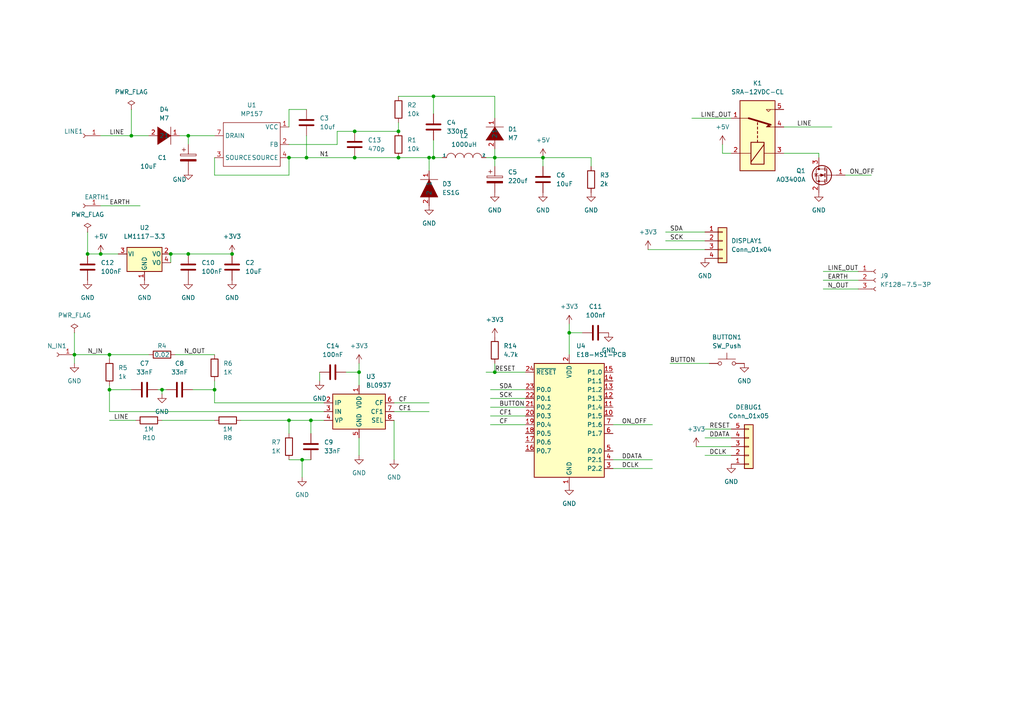
<source format=kicad_sch>
(kicad_sch (version 20211123) (generator eeschema)
  (paper "A4")
  (title_block (title "ZSmartSocket") (rev "1"))
  (lib_symbols
    (symbol "Connector:Conn_01x01_Female" (pin_names (offset 1.016) hide)
      (property "Reference" "J" (at 0 2.54 0))
      (property "Value" "Conn_01x01_Female" (at 0 -2.54 0))
      (symbol "Conn_01x01_Female_1_1"
        (polyline (pts (xy -1.27 0) (xy -0.508 0)) (stroke (width 0.1524)))
        (arc (start 0 0.508) (mid -0.508 0) (end 0 -0.508) (stroke (width 0.1524)))
        (pin passive line (at -5.08 0 0) (length 3.81) (name "Pin_1") (number "1"))
      )
    )
    (symbol "Connector:Conn_01x03_Female" (pin_names (offset 1.016) hide)
      (property "Reference" "J" (at 0 5.08 0))
      (property "Value" "Conn_01x03_Female" (at 0 -5.08 0))
      (symbol "Conn_01x03_Female_1_1"
        (arc (start 0 -2.032) (mid -0.508 -2.54) (end 0 -3.048) (stroke (width 0.1524)))
        (polyline (pts (xy -1.27 -2.54) (xy -0.508 -2.54)) (stroke (width 0.1524)))
        (polyline (pts (xy -1.27 0) (xy -0.508 0)) (stroke (width 0.1524)))
        (polyline (pts (xy -1.27 2.54) (xy -0.508 2.54)) (stroke (width 0.1524)))
        (arc (start 0 0.508) (mid -0.508 0) (end 0 -0.508) (stroke (width 0.1524)))
        (arc (start 0 3.048) (mid -0.508 2.54) (end 0 2.032) (stroke (width 0.1524)))
        (pin passive line (at -5.08 2.54 0) (length 3.81) (name "Pin_1") (number "1"))
        (pin passive line (at -5.08 0 0) (length 3.81) (name "Pin_2") (number "2"))
        (pin passive line (at -5.08 -2.54 0) (length 3.81) (name "Pin_3") (number "3"))
      )
    )
    (symbol "Connector_Generic:Conn_01x04" (pin_names (offset 1.016) hide)
      (property "Reference" "J" (at 0 5.08 0))
      (property "Value" "Conn_01x04" (at 0 -7.62 0))
      (symbol "Conn_01x04_1_1"
        (rectangle (start -1.27 -4.953) (end 0 -5.207) (stroke (width 0.1524)))
        (rectangle (start -1.27 -2.413) (end 0 -2.667) (stroke (width 0.1524)))
        (rectangle (start -1.27 0.127) (end 0 -0.127) (stroke (width 0.1524)))
        (rectangle (start -1.27 2.667) (end 0 2.413) (stroke (width 0.1524)))
        (rectangle (start -1.27 3.81) (end 1.27 -6.35) (stroke (width 0.254)) (fill (type background)))
        (pin passive line (at -5.08 2.54 0) (length 3.81) (name "Pin_1") (number "1"))
        (pin passive line (at -5.08 0 0) (length 3.81) (name "Pin_2") (number "2"))
        (pin passive line (at -5.08 -2.54 0) (length 3.81) (name "Pin_3") (number "3"))
        (pin passive line (at -5.08 -5.08 0) (length 3.81) (name "Pin_4") (number "4"))
      )
    )
    (symbol "Connector_Generic:Conn_01x05" (pin_names (offset 1.016) hide)
      (property "Reference" "J" (at 0 7.62 0))
      (property "Value" "Conn_01x05" (at 0 -7.62 0))
      (symbol "Conn_01x05_1_1"
        (rectangle (start -1.27 -4.953) (end 0 -5.207) (stroke (width 0.1524)))
        (rectangle (start -1.27 -2.413) (end 0 -2.667) (stroke (width 0.1524)))
        (rectangle (start -1.27 0.127) (end 0 -0.127) (stroke (width 0.1524)))
        (rectangle (start -1.27 2.667) (end 0 2.413) (stroke (width 0.1524)))
        (rectangle (start -1.27 5.207) (end 0 4.953) (stroke (width 0.1524)))
        (rectangle (start -1.27 6.35) (end 1.27 -6.35) (stroke (width 0.254)) (fill (type background)))
        (pin passive line (at -5.08 5.08 0) (length 3.81) (name "Pin_1") (number "1"))
        (pin passive line (at -5.08 2.54 0) (length 3.81) (name "Pin_2") (number "2"))
        (pin passive line (at -5.08 0 0) (length 3.81) (name "Pin_3") (number "3"))
        (pin passive line (at -5.08 -2.54 0) (length 3.81) (name "Pin_4") (number "4"))
        (pin passive line (at -5.08 -5.08 0) (length 3.81) (name "Pin_5") (number "5"))
      )
    )
    (symbol "Device:C" (pin_numbers hide) (pin_names (offset 0.254))
      (property "Reference" "C" (at 0.635 2.54 0))
      (property "Value" "C" (at 0.635 -2.54 0))
      (symbol "C_0_1"
        (polyline (pts (xy -2.032 -0.762) (xy 2.032 -0.762)) (stroke (width 0.508)))
        (polyline (pts (xy -2.032 0.762) (xy 2.032 0.762)) (stroke (width 0.508)))
      )
      (symbol "C_1_1"
        (pin passive line (at 0 3.81 270) (length 2.794) (name "~") (number "1"))
        (pin passive line (at 0 -3.81 90) (length 2.794) (name "~") (number "2"))
      )
    )
    (symbol "Device:C_Polarized" (pin_numbers hide) (pin_names (offset 0.254))
      (property "Reference" "C" (at 0.635 2.54 0))
      (property "Value" "C_Polarized" (at 0.635 -2.54 0))
      (symbol "C_Polarized_0_1"
        (rectangle (start -2.286 0.508) (end 2.286 1.016))
        (polyline (pts (xy -1.778 2.286) (xy -0.762 2.286)))
        (polyline (pts (xy -1.27 2.794) (xy -1.27 1.778)))
        (rectangle (start 2.286 -0.508) (end -2.286 -1.016) (fill (type outline)))
      )
      (symbol "C_Polarized_1_1"
        (pin passive line (at 0 3.81 270) (length 2.794) (name "~") (number "1"))
        (pin passive line (at 0 -3.81 90) (length 2.794) (name "~") (number "2"))
      )
    )
    (symbol "Device:R" (pin_numbers hide) (pin_names (offset 0))
      (property "Reference" "R" (at 2.032 0 90))
      (property "Value" "R" (at 0 0 90))
      (symbol "R_0_1"
        (rectangle (start -1.016 -2.54) (end 1.016 2.54) (stroke (width 0.254)))
      )
      (symbol "R_1_1"
        (pin passive line (at 0 3.81 270) (length 1.27) (name "~") (number "1"))
        (pin passive line (at 0 -3.81 90) (length 1.27) (name "~") (number "2"))
      )
    )
    (symbol "M7_1"
      (property "Reference" "D4" (at -0.635 7.62 0))
      (property "Value" "M7" (at -0.635 5.08 0))
      (symbol "M7_1_0_1"
        (polyline (pts (xy 1.27 2.54) (xy 1.27 -2.54)))
        (polyline (pts (xy -2.54 2.54) (xy -2.54 -2.54) (xy 1.27 0) (xy -2.54 2.54)) (fill (type outline)))
      )
      (symbol "M7_1_1_1"
        (pin passive line (at 3.81 0 180) (length 2.54) (name "1") (number "1"))
        (pin passive line (at -5.08 0 0) (length 2.54) (name "2") (number "2"))
      )
    )
    (symbol "RF_Module:E18-MS1-PCB"
      (property "Reference" "U" (at -2.54 21.59 0))
      (property "Value" "E18-MS1-PCB" (at -2.54 19.05 0))
      (symbol "E18-MS1-PCB_0_1"
        (rectangle (start -10.16 17.78) (end 10.16 -15.24) (stroke (width 0.254)) (fill (type background)))
      )
      (symbol "E18-MS1-PCB_1_1"
        (pin power_in line (at 0 -17.78 90) (length 2.54) (name "GND") (number "1"))
        (pin bidirectional line (at 12.7 2.54 180) (length 2.54) (name "P1.5") (number "10"))
        (pin bidirectional line (at 12.7 5.08 180) (length 2.54) (name "P1.4") (number "11"))
        (pin bidirectional line (at 12.7 7.62 180) (length 2.54) (name "P1.3") (number "12"))
        (pin bidirectional line (at 12.7 10.16 180) (length 2.54) (name "P1.2") (number "13"))
        (pin bidirectional line (at 12.7 12.7 180) (length 2.54) (name "P1.1") (number "14"))
        (pin bidirectional line (at 12.7 15.24 180) (length 2.54) (name "P1.0") (number "15"))
        (pin bidirectional line (at -12.7 -7.62 0) (length 2.54) (name "P0.7") (number "16"))
        (pin bidirectional line (at -12.7 -5.08 0) (length 2.54) (name "P0.6") (number "17"))
        (pin bidirectional line (at -12.7 -2.54 0) (length 2.54) (name "P0.5") (number "18"))
        (pin bidirectional line (at -12.7 0 0) (length 2.54) (name "P0.4") (number "19"))
        (pin power_in line (at 0 20.32 270) (length 2.54) (name "VDD") (number "2"))
        (pin bidirectional line (at -12.7 2.54 0) (length 2.54) (name "P0.3") (number "20"))
        (pin bidirectional line (at -12.7 5.08 0) (length 2.54) (name "P0.2") (number "21"))
        (pin bidirectional line (at -12.7 7.62 0) (length 2.54) (name "P0.1") (number "22"))
        (pin bidirectional line (at -12.7 10.16 0) (length 2.54) (name "P0.0") (number "23"))
        (pin input line (at -12.7 15.24 0) (length 2.54) (name "~{RESET}") (number "24"))
        (pin bidirectional line (at 12.7 -12.7 180) (length 2.54) (name "P2.2") (number "3"))
        (pin bidirectional line (at 12.7 -10.16 180) (length 2.54) (name "P2.1") (number "4"))
        (pin bidirectional line (at 12.7 -7.62 180) (length 2.54) (name "P2.0") (number "5"))
        (pin bidirectional line (at 12.7 -2.54 180) (length 2.54) (name "P1.7") (number "6"))
        (pin bidirectional line (at 12.7 0 180) (length 2.54) (name "P1.6") (number "7"))
        (pin no_connect line (at -10.16 -10.16 0) (length 2.54) hide (name "NC") (number "8"))
        (pin no_connect line (at -10.16 -12.7 0) (length 2.54) hide (name "NC") (number "9"))
      )
    )
    (symbol "Regulator_Linear:LM1117-3.3" (pin_names (offset 0.254))
      (property "Reference" "U2" (at 0 7.62 0))
      (property "Value" "LM1117-3.3" (at 0 5.08 0))
      (symbol "LM1117-3.3_0_0"
        (pin passive line (at 7.62 -2.54 180) (length 2.54) (name "VO") (number "4"))
      )
      (symbol "LM1117-3.3_0_1"
        (rectangle (start -5.08 -5.08) (end 5.08 1.905) (stroke (width 0.254)) (fill (type background)))
      )
      (symbol "LM1117-3.3_1_1"
        (pin power_in line (at 0 -7.62 90) (length 2.54) (name "GND") (number "1"))
        (pin power_out line (at 7.62 0 180) (length 2.54) (name "VO") (number "2"))
        (pin power_in line (at -7.62 0 0) (length 2.54) (name "VI") (number "3"))
      )
    )
    (symbol "Sensor:BL0937"
      (property "Reference" "U" (at 2.54 -10.16 0))
      (property "Value" "BL0937" (at 5.08 -7.62 0))
      (symbol "BL0937_0_1"
        (rectangle (start -7.62 5.08) (end 7.62 -5.08) (stroke (width 0.254)) (fill (type background)))
      )
      (symbol "BL0937_1_1"
        (pin power_in line (at 0 7.62 270) (length 2.54) (name "VDD") (number "1"))
        (pin input line (at -10.16 2.54 0) (length 2.54) (name "IP") (number "2"))
        (pin input line (at -10.16 0 0) (length 2.54) (name "IN") (number "3"))
        (pin input line (at -10.16 -2.54 0) (length 2.54) (name "VP") (number "4"))
        (pin power_in line (at 0 -7.62 90) (length 2.54) (name "GND") (number "5"))
        (pin output line (at 10.16 2.54 180) (length 2.54) (name "CF") (number "6"))
        (pin output line (at 10.16 0 180) (length 2.54) (name "CF1") (number "7"))
        (pin input line (at 10.16 -2.54 180) (length 2.54) (name "SEL") (number "8"))
      )
    )
    (symbol "Switch:SW_Push" (pin_numbers hide) (pin_names (offset 1.016) hide)
      (property "Reference" "SW" (at 1.27 2.54 0))
      (property "Value" "SW_Push" (at 0 -1.524 0))
      (symbol "SW_Push_0_1"
        (circle (center -2.032 0) (radius 0.508))
        (polyline (pts (xy 0 1.27) (xy 0 3.048)))
        (polyline (pts (xy 2.54 1.27) (xy -2.54 1.27)))
        (circle (center 2.032 0) (radius 0.508))
        (pin passive line (at -5.08 0 0) (length 2.54) (name "1") (number "1"))
        (pin passive line (at 5.08 0 180) (length 2.54) (name "2") (number "2"))
      )
    )
    (symbol "Transistor_FET:AO3400A" (pin_names hide)
      (property "Reference" "Q" (at 5.08 1.905 0))
      (property "Value" "AO3400A" (at 5.08 0 0))
      (symbol "AO3400A_0_1"
        (polyline (pts (xy 0.254 0) (xy -2.54 0)))
        (polyline (pts (xy 0.254 1.905) (xy 0.254 -1.905)) (stroke (width 0.254)))
        (polyline (pts (xy 0.762 -1.27) (xy 0.762 -2.286)) (stroke (width 0.254)))
        (polyline (pts (xy 0.762 0.508) (xy 0.762 -0.508)) (stroke (width 0.254)))
        (polyline (pts (xy 0.762 2.286) (xy 0.762 1.27)) (stroke (width 0.254)))
        (polyline (pts (xy 2.54 2.54) (xy 2.54 1.778)))
        (polyline (pts (xy 2.54 -2.54) (xy 2.54 0) (xy 0.762 0)))
        (polyline (pts (xy 0.762 -1.778) (xy 3.302 -1.778) (xy 3.302 1.778) (xy 0.762 1.778)))
        (polyline (pts (xy 1.016 0) (xy 2.032 0.381) (xy 2.032 -0.381) (xy 1.016 0)) (fill (type outline)))
        (polyline (pts (xy 2.794 0.508) (xy 2.921 0.381) (xy 3.683 0.381) (xy 3.81 0.254)))
        (polyline (pts (xy 3.302 0.381) (xy 2.921 -0.254) (xy 3.683 -0.254) (xy 3.302 0.381)))
        (circle (center 1.651 0) (radius 2.794) (stroke (width 0.254)))
        (circle (center 2.54 -1.778) (radius 0.254) (fill (type outline)))
        (circle (center 2.54 1.778) (radius 0.254) (fill (type outline)))
      )
      (symbol "AO3400A_1_1"
        (pin input line (at -5.08 0 0) (length 2.54) (name "G") (number "1"))
        (pin passive line (at 2.54 -5.08 90) (length 2.54) (name "S") (number "2"))
        (pin passive line (at 2.54 5.08 270) (length 2.54) (name "D") (number "3"))
      )
    )
    (symbol "custom:ES1G"
      (property "Reference" "D" (at -1.27 -2.54 0))
      (property "Value" "ES1G" (at -2.54 3.81 0))
      (symbol "ES1G_0_1"
        (polyline (pts (xy 1.27 2.54) (xy 1.27 -2.54)))
        (polyline (pts (xy -3.81 2.54) (xy -3.81 -2.54) (xy 1.27 0) (xy -3.81 2.54)) (fill (type outline)))
      )
      (symbol "ES1G_1_1"
        (pin input line (at 3.81 0 180) (length 2.54) (name "1") (number "1"))
        (pin input line (at -6.35 0 0) (length 2.54) (name "2") (number "2"))
      )
    )
    (symbol "custom:M7"
      (property "Reference" "D4" (at -0.635 7.62 0))
      (property "Value" "M7" (at -0.635 5.08 0))
      (symbol "M7_0_1"
        (polyline (pts (xy 1.27 2.54) (xy 1.27 -2.54)))
        (polyline (pts (xy -2.54 2.54) (xy -2.54 -2.54) (xy 1.27 0) (xy -2.54 2.54)) (fill (type outline)))
      )
      (symbol "M7_1_1"
        (pin passive line (at 3.81 0 180) (length 2.54) (name "1") (number "1"))
        (pin passive line (at -5.08 0 0) (length 2.54) (name "2") (number "2"))
      )
    )
    (symbol "custom:MP157"
      (property "Reference" "U1" (at 3.175 12.7 0))
      (property "Value" "MP157" (at 3.175 10.16 0))
      (symbol "MP157_0_1"
        (rectangle (start -5.08 7.62) (end 11.43 -5.08))
      )
      (symbol "MP157_1_1"
        (pin power_in line (at 13.97 6.35 180) (length 2.54) (name "VCC") (number "1"))
        (pin input line (at 13.97 1.27 180) (length 2.54) (name "FB") (number "2"))
        (pin power_in line (at -7.62 -2.54 0) (length 2.54) (name "SOURCE") (number "3"))
        (pin power_out line (at 13.97 -2.54 180) (length 2.54) (name "SOURCE") (number "4"))
        (pin power_in line (at -7.62 3.81 0) (length 2.54) (name "DRAIN") (number "7"))
      )
    )
    (symbol "custom:SRA-12VDC-CL"
      (property "Reference" "K" (at 11.43 5.08 0))
      (property "Value" "SRA-12VDC-CL" (at 17.78 -5.08 0))
      (symbol "SRA-12VDC-CL_0_0"
        (polyline (pts (xy 7.62 5.08) (xy 7.62 2.54) (xy 6.985 3.175) (xy 7.62 3.81)))
      )
      (symbol "SRA-12VDC-CL_0_1"
        (rectangle (start -10.16 5.08) (end 10.16 -5.08) (stroke (width 0.254)) (fill (type background)))
        (rectangle (start -8.255 1.905) (end -1.905 -1.905) (stroke (width 0.254)))
        (polyline (pts (xy -7.62 -1.905) (xy -2.54 1.905)) (stroke (width 0.254)))
        (polyline (pts (xy -5.08 -5.08) (xy -5.08 -1.905)))
        (polyline (pts (xy -5.08 5.08) (xy -5.08 1.905)))
        (polyline (pts (xy -1.905 0) (xy -1.27 0)) (stroke (width 0.254)))
        (polyline (pts (xy -0.635 0) (xy 0 0)) (stroke (width 0.254)))
        (polyline (pts (xy 0.635 0) (xy 1.27 0)) (stroke (width 0.254)))
        (polyline (pts (xy 1.905 0) (xy 2.54 0)) (stroke (width 0.254)))
        (polyline (pts (xy 3.175 0) (xy 3.81 0)) (stroke (width 0.254)))
        (polyline (pts (xy 5.08 -2.54) (xy 3.175 3.81)) (stroke (width 0.508)))
        (polyline (pts (xy 5.08 -2.54) (xy 5.08 -5.08)))
        (polyline (pts (xy 2.54 5.08) (xy 2.54 2.54) (xy 3.175 3.175) (xy 2.54 3.81)) (fill (type outline)))
      )
      (symbol "SRA-12VDC-CL_1_1"
        (pin passive line (at 5.08 -7.62 90) (length 2.54) (name "~") (number "1"))
        (pin passive line (at -5.08 -7.62 90) (length 2.54) (name "~") (number "2"))
        (pin passive line (at -5.08 7.62 270) (length 2.54) (name "~") (number "3"))
        (pin passive line (at 2.54 7.62 270) (length 2.54) (name "~") (number "4"))
        (pin passive line (at 7.62 7.62 270) (length 2.54) (name "~") (number "5"))
      )
    )
    (symbol "power:+3.3V" (power) (pin_names (offset 0))
      (property "Value" "+3.3V" (at 0 3.556 0))
      (symbol "+3.3V_0_1"
        (polyline (pts (xy -0.762 1.27) (xy 0 2.54)))
        (polyline (pts (xy 0 0) (xy 0 2.54)))
        (polyline (pts (xy 0 2.54) (xy 0.762 1.27)))
      )
      (symbol "+3.3V_1_1"
        (pin power_in line (at 0 0 90) (length 0) hide (name "+3V3") (number "1"))
      )
    )
    (symbol "power:+3V3" (power) (pin_names (offset 0))
      (property "Value" "+3V3" (at 0 3.556 0))
      (symbol "+3V3_0_1"
        (polyline (pts (xy -0.762 1.27) (xy 0 2.54)))
        (polyline (pts (xy 0 0) (xy 0 2.54)))
        (polyline (pts (xy 0 2.54) (xy 0.762 1.27)))
      )
      (symbol "+3V3_1_1"
        (pin power_in line (at 0 0 90) (length 0) hide (name "+3V3") (number "1"))
      )
    )
    (symbol "power:+5V" (power) (pin_names (offset 0))
      (property "Value" "+5V" (at 0 3.556 0))
      (symbol "+5V_0_1"
        (polyline (pts (xy -0.762 1.27) (xy 0 2.54)))
        (polyline (pts (xy 0 0) (xy 0 2.54)))
        (polyline (pts (xy 0 2.54) (xy 0.762 1.27)))
      )
      (symbol "+5V_1_1"
        (pin power_in line (at 0 0 90) (length 0) hide (name "+5V") (number "1"))
      )
    )
    (symbol "power:GND" (power) (pin_names (offset 0))
      (property "Value" "GND" (at 0 -3.81 0))
      (symbol "GND_0_1"
        (polyline (pts (xy 0 0) (xy 0 -1.27) (xy 1.27 -1.27) (xy 0 -2.54) (xy -1.27 -1.27) (xy 0 -1.27)))
      )
      (symbol "GND_1_1"
        (pin power_in line (at 0 0 270) (length 0) hide (name "GND") (number "1"))
      )
    )
    (symbol "power:PWR_FLAG" (power) (pin_numbers hide) (pin_names (offset 0) hide)
      (property "Value" "PWR_FLAG" (at 0 3.81 0))
      (symbol "PWR_FLAG_0_0"
        (pin power_out line (at 0 0 90) (length 0) (name "pwr") (number "1"))
      )
      (symbol "PWR_FLAG_0_1"
        (polyline (pts (xy 0 0) (xy 0 1.27) (xy -1.016 1.905) (xy 0 2.54) (xy 1.016 1.905) (xy 0 1.27)))
      )
    )
    (symbol "pspice:INDUCTOR" (pin_numbers hide) (pin_names (offset 0))
      (property "Reference" "L" (at 0 2.54 0))
      (property "Value" "INDUCTOR" (at 0 -1.27 0))
      (symbol "INDUCTOR_0_1"
        (arc (start -2.54 0) (mid -3.81 1.27) (end -5.08 0))
        (arc (start 0 0) (mid -1.27 1.27) (end -2.54 0))
        (arc (start 2.54 0) (mid 1.27 1.27) (end 0 0))
        (arc (start 5.08 0) (mid 3.81 1.27) (end 2.54 0))
      )
      (symbol "INDUCTOR_1_1"
        (pin input line (at -6.35 0 0) (length 1.27) (name "1") (number "1"))
        (pin input line (at 6.35 0 180) (length 1.27) (name "2") (number "2"))
      )
    )
  )
  (junction (at 46.99 113.03))
  (junction (at 49.53 73.66))
  (junction (at 25.4 73.66))
  (junction (at 90.17 121.92))
  (junction (at 29.21 73.66))
  (junction (at 88.9 45.72))
  (junction (at 102.87 45.72))
  (junction (at 143.51 45.72))
  (junction (at 67.31 73.66))
  (junction (at 104.14 107.95))
  (junction (at 157.48 45.72))
  (junction (at 165.1 96.52))
  (junction (at 21.59 102.87))
  (junction (at 143.51 107.95))
  (junction (at 54.61 73.66))
  (junction (at 31.75 113.03))
  (junction (at 125.73 45.72))
  (junction (at 83.82 121.92))
  (junction (at 125.73 27.94))
  (junction (at 62.23 113.03))
  (junction (at 31.75 102.87))
  (junction (at 38.1 39.37))
  (junction (at 115.57 38.1))
  (junction (at 54.61 39.37))
  (junction (at 115.57 45.72))
  (junction (at 87.63 133.35))
  (junction (at 83.82 45.72))
  (junction (at 102.87 38.1))
  (junction (at 124.46 45.72))
  (wire (pts (xy 125.73 45.72) (xy 128.27 45.72)))
  (wire (pts (xy 38.1 31.75) (xy 38.1 39.37)))
  (wire (pts (xy 46.99 113.03) (xy 48.26 113.03)))
  (wire (pts (xy 114.3 116.84) (xy 124.46 116.84)))
  (wire (pts (xy 50.8 102.87) (xy 62.23 102.87)))
  (wire (pts (xy 83.82 125.73) (xy 83.82 121.92)))
  (wire (pts (xy 157.48 48.26) (xy 157.48 45.72)))
  (wire (pts (xy 45.72 113.03) (xy 46.99 113.03)))
  (wire (pts (xy 46.99 121.92) (xy 62.23 121.92)))
  (wire (pts (xy 90.17 121.92) (xy 90.17 125.73)))
  (wire (pts (xy 143.51 27.94) (xy 125.73 27.94)))
  (wire (pts (xy 62.23 113.03) (xy 62.23 110.49)))
  (wire (pts (xy 204.47 127) (xy 212.09 127)))
  (wire (pts (xy 104.14 132.08) (xy 104.14 127)))
  (wire (pts (xy 204.47 132.08) (xy 212.09 132.08)))
  (wire (pts (xy 143.51 105.41) (xy 143.51 107.95)))
  (wire (pts (xy 171.45 48.26) (xy 171.45 45.72)))
  (wire (pts (xy 209.55 44.45) (xy 212.09 44.45)))
  (wire (pts (xy 201.93 129.54) (xy 212.09 129.54)))
  (wire (pts (xy 237.49 44.45) (xy 237.49 45.72)))
  (wire (pts (xy 165.1 96.52) (xy 168.91 96.52)))
  (wire (pts (xy 125.73 33.02) (xy 125.73 27.94)))
  (wire (pts (xy 62.23 116.84) (xy 62.23 113.03)))
  (wire (pts (xy 46.99 113.03) (xy 46.99 114.3)))
  (wire (pts (xy 52.07 39.37) (xy 54.61 39.37)))
  (wire (pts (xy 245.11 50.8) (xy 252.73 50.8)))
  (wire (pts (xy 54.61 39.37) (xy 62.23 39.37)))
  (wire (pts (xy 29.21 59.69) (xy 40.64 59.69)))
  (wire (pts (xy 227.33 36.83) (xy 241.3 36.83)))
  (wire (pts (xy 177.8 123.19) (xy 189.23 123.19)))
  (wire (pts (xy 93.98 119.38) (xy 31.75 119.38)))
  (wire (pts (xy 124.46 45.72) (xy 115.57 45.72)))
  (wire (pts (xy 114.3 133.35) (xy 114.3 121.92)))
  (wire (pts (xy 31.75 113.03) (xy 31.75 111.76)))
  (wire (pts (xy 238.76 83.82) (xy 248.92 83.82)))
  (wire (pts (xy 143.51 34.29) (xy 143.51 27.94)))
  (wire (pts (xy 25.4 67.31) (xy 25.4 73.66)))
  (wire (pts (xy 87.63 133.35) (xy 87.63 138.43)))
  (wire (pts (xy 21.59 105.41) (xy 21.59 102.87)))
  (wire (pts (xy 83.82 50.8) (xy 83.82 45.72)))
  (wire (pts (xy 102.87 45.72) (xy 115.57 45.72)))
  (wire (pts (xy 194.31 105.41) (xy 205.74 105.41)))
  (wire (pts (xy 177.8 135.89) (xy 189.23 135.89)))
  (wire (pts (xy 142.24 123.19) (xy 152.4 123.19)))
  (wire (pts (xy 88.9 45.72) (xy 88.9 39.37)))
  (wire (pts (xy 92.71 110.49) (xy 92.71 107.95)))
  (wire (pts (xy 49.53 73.66) (xy 54.61 73.66)))
  (wire (pts (xy 31.75 102.87) (xy 43.18 102.87)))
  (wire (pts (xy 143.51 45.72) (xy 143.51 43.18)))
  (wire (pts (xy 193.04 67.31) (xy 204.47 67.31)))
  (wire (pts (xy 38.1 39.37) (xy 43.18 39.37)))
  (wire (pts (xy 177.8 133.35) (xy 189.23 133.35)))
  (wire (pts (xy 238.76 78.74) (xy 248.92 78.74)))
  (wire (pts (xy 140.97 45.72) (xy 143.51 45.72)))
  (wire (pts (xy 69.85 121.92) (xy 83.82 121.92)))
  (wire (pts (xy 143.51 45.72) (xy 143.51 48.26)))
  (wire (pts (xy 55.88 113.03) (xy 62.23 113.03)))
  (wire (pts (xy 157.48 45.72) (xy 143.51 45.72)))
  (wire (pts (xy 21.59 96.52) (xy 21.59 102.87)))
  (wire (pts (xy 83.82 133.35) (xy 87.63 133.35)))
  (wire (pts (xy 193.04 69.85) (xy 204.47 69.85)))
  (wire (pts (xy 238.76 81.28) (xy 248.92 81.28)))
  (wire (pts (xy 83.82 41.91) (xy 97.79 41.91)))
  (wire (pts (xy 54.61 73.66) (xy 67.31 73.66)))
  (wire (pts (xy 142.24 113.03) (xy 152.4 113.03)))
  (wire (pts (xy 102.87 38.1) (xy 115.57 38.1)))
  (wire (pts (xy 31.75 121.92) (xy 39.37 121.92)))
  (wire (pts (xy 25.4 73.66) (xy 29.21 73.66)))
  (wire (pts (xy 38.1 113.03) (xy 31.75 113.03)))
  (wire (pts (xy 54.61 39.37) (xy 54.61 41.91)))
  (wire (pts (xy 83.82 36.83) (xy 83.82 31.75)))
  (wire (pts (xy 29.21 39.37) (xy 38.1 39.37)))
  (wire (pts (xy 200.66 34.29) (xy 212.09 34.29)))
  (wire (pts (xy 104.14 107.95) (xy 104.14 111.76)))
  (wire (pts (xy 21.59 102.87) (xy 31.75 102.87)))
  (wire (pts (xy 62.23 45.72) (xy 62.23 50.8)))
  (wire (pts (xy 142.24 115.57) (xy 152.4 115.57)))
  (wire (pts (xy 114.3 119.38) (xy 124.46 119.38)))
  (wire (pts (xy 102.87 38.1) (xy 97.79 38.1)))
  (wire (pts (xy 125.73 45.72) (xy 124.46 45.72)))
  (wire (pts (xy 31.75 104.14) (xy 31.75 102.87)))
  (wire (pts (xy 93.98 116.84) (xy 62.23 116.84)))
  (wire (pts (xy 83.82 31.75) (xy 88.9 31.75)))
  (wire (pts (xy 83.82 121.92) (xy 90.17 121.92)))
  (wire (pts (xy 142.24 118.11) (xy 152.4 118.11)))
  (wire (pts (xy 140.97 107.95) (xy 143.51 107.95)))
  (wire (pts (xy 143.51 107.95) (xy 152.4 107.95)))
  (wire (pts (xy 49.53 73.66) (xy 49.53 76.2)))
  (wire (pts (xy 125.73 40.64) (xy 125.73 45.72)))
  (wire (pts (xy 115.57 35.56) (xy 115.57 38.1)))
  (wire (pts (xy 171.45 45.72) (xy 157.48 45.72)))
  (wire (pts (xy 187.96 72.39) (xy 204.47 72.39)))
  (wire (pts (xy 227.33 44.45) (xy 237.49 44.45)))
  (wire (pts (xy 31.75 119.38) (xy 31.75 113.03)))
  (wire (pts (xy 204.47 124.46) (xy 212.09 124.46)))
  (wire (pts (xy 88.9 45.72) (xy 102.87 45.72)))
  (wire (pts (xy 165.1 93.98) (xy 165.1 96.52)))
  (wire (pts (xy 62.23 50.8) (xy 83.82 50.8)))
  (wire (pts (xy 104.14 105.41) (xy 104.14 107.95)))
  (wire (pts (xy 165.1 96.52) (xy 165.1 102.87)))
  (wire (pts (xy 125.73 27.94) (xy 115.57 27.94)))
  (wire (pts (xy 83.82 45.72) (xy 88.9 45.72)))
  (wire (pts (xy 29.21 73.66) (xy 34.29 73.66)))
  (wire (pts (xy 87.63 133.35) (xy 90.17 133.35)))
  (wire (pts (xy 142.24 120.65) (xy 152.4 120.65)))
  (wire (pts (xy 124.46 45.72) (xy 124.46 49.53)))
  (wire (pts (xy 209.55 41.91) (xy 209.55 44.45)))
  (wire (pts (xy 93.98 121.92) (xy 90.17 121.92)))
  (wire (pts (xy 97.79 38.1) (xy 97.79 41.91)))
  (wire (pts (xy 100.33 107.95) (xy 104.14 107.95)))
  (label "SDA" (at 144.78 113.03 0))
  (label "CF" (at 115.57 116.84 0))
  (label "N_OUT" (at 240.03 83.82 0))
  (label "LINE_OUT" (at 240.03 78.74 0))
  (label "CF" (at 144.78 123.19 0))
  (label "EARTH" (at 31.75 59.69 0))
  (label "SCK" (at 194.31 69.85 0))
  (label "DDATA" (at 205.74 127 0))
  (label "BUTTON" (at 144.78 118.11 0))
  (label "RESET" (at 205.74 124.46 0))
  (label "ON_OFF" (at 180.34 123.19 0))
  (label "EARTH" (at 240.03 81.28 0))
  (label "DCLK" (at 205.74 132.08 0))
  (label "LINE_OUT" (at 203.2 34.29 0))
  (label "SCK" (at 144.78 115.57 0))
  (label "N_IN" (at 25.4 102.87 0))
  (label "N1" (at 92.71 45.72 0))
  (label "LINE" (at 33.02 121.92 0))
  (label "SDA" (at 194.31 67.31 0))
  (label "CF1" (at 115.57 119.38 0))
  (label "DCLK" (at 180.34 135.89 0))
  (label "LINE" (at 231.14 36.83 0))
  (label "N_OUT" (at 53.34 102.87 0))
  (label "CF1" (at 144.78 120.65 0))
  (label "RESET" (at 143.51 107.95 0))
  (label "ON_OFF" (at 246.38 50.8 0))
  (label "DDATA" (at 180.34 133.35 0))
  (label "LINE" (at 31.75 39.37 0))
  (label "BUTTON" (at 194.31 105.41 0))
  (symbol (lib_id "Device:R") (at 115.57 41.91 0) (unit 1)
    (property "Reference" "R1" (at 118.11 40.6399 0) (effects (justify left)))
    (property "Value" "10k" (at 118.11 43.1799 0) (effects (justify left)))
    (property "Footprint" "Resistor_SMD:R_0603_1608Metric" (effects hide))
  )
  (symbol (lib_id "custom:SRA-12VDC-CL") (at 219.71 39.37 270) (mirror x) (unit 1)
    (property "Reference" "K1" (at 219.71 24.13 90))
    (property "Value" "SRA-12VDC-CL" (at 219.71 26.67 90))
    (property "Footprint" "custom:Relay_SPDT_SONGLE_SRA" (effects hide))
  )
  (symbol (lib_id "Device:C_Polarized") (at 54.61 45.72 0) (unit 1)
    (property "Reference" "C1" (at 45.72 45.72 0) (effects (justify left)))
    (property "Value" "10uF" (at 40.64 48.26 0) (effects (justify left)))
    (property "Footprint" "Capacitor_THT:CP_Radial_D10.0mm_P5.00mm" (effects hide))
  )
  (symbol (lib_id "power:GND") (at 143.51 55.88 0) (unit 1)
    (property "Reference" "#PWR0109" (effects hide))
    (property "Value" "GND" (at 143.51 60.96 0))
  )
  (symbol (lib_id "Connector:Conn_01x03_Female") (at 254 81.28 0) (unit 1)
    (property "Reference" "J9" (at 255.27 80.0099 0) (effects (justify left)))
    (property "Value" "KF128-7.5-3P" (at 255.27 82.5499 0) (effects (justify left)))
    (property "Footprint" "custom:KF128-7.5_3P" (effects hide))
  )
  (symbol (lib_id "power:+3.3V") (at 187.96 72.39 0) (unit 1)
    (property "Reference" "#PWR0128" (effects hide))
    (property "Value" "+3.3V" (at 187.96 67.31 0))
  )
  (symbol (lib_id "Connector:Conn_01x01_Female") (at 16.51 102.87 0) (mirror y) (unit 1)
    (property "Reference" "N_IN1" (at 16.51 100.33 0))
    (property "Value" "Conn_01x01_Female" (effects hide))
    (property "Footprint" "Connector_Pin:Pin_D1.4mm_L8.5mm_W2.8mm_FlatFork" (effects hide))
  )
  (symbol (lib_id "power:GND") (at 67.31 81.28 0) (unit 1)
    (property "Reference" "#PWR0124" (effects hide))
    (property "Value" "GND" (at 67.31 86.36 0))
  )
  (symbol (lib_id "Transistor_FET:AO3400A") (at 240.03 50.8 0) (mirror y) (unit 1)
    (property "Reference" "Q1" (at 233.68 49.5299 0) (effects (justify left)))
    (property "Value" "AO3400A" (at 233.68 52.0699 0) (effects (justify left)))
    (property "Footprint" "Package_TO_SOT_SMD:SOT-23" (effects hide))
    (property "Datasheet" "http://www.aosmd.com/pdfs/datasheet/AO3400A.pdf" (effects hide))
  )
  (symbol (lib_id "Connector:Conn_01x01_Female") (at 24.13 39.37 0) (mirror y) (unit 1)
    (property "Reference" "LINE1" (at 24.13 38.1 0) (effects (justify left)))
    (property "Value" "Conn_01x01_Female" (effects hide))
    (property "Footprint" "Connector_Pin:Pin_D1.4mm_L8.5mm_W2.8mm_FlatFork" (effects hide))
  )
  (symbol (lib_id "Device:R") (at 31.75 107.95 0) (unit 1)
    (property "Reference" "R5" (at 34.29 106.6799 0) (effects (justify left)))
    (property "Value" "1k" (at 34.29 109.2199 0) (effects (justify left)))
    (property "Footprint" "Resistor_SMD:R_0603_1608Metric" (effects hide))
  )
  (symbol (lib_id "power:+3V3") (at 104.14 105.41 0) (unit 1)
    (property "Reference" "#PWR0104" (effects hide))
    (property "Value" "+3V3" (at 104.14 100.33 0))
  )
  (symbol (lib_id "power:GND") (at 21.59 105.41 0) (unit 1)
    (property "Reference" "#PWR0115" (effects hide))
    (property "Value" "GND" (at 21.59 110.49 0))
  )
  (symbol (lib_id "power:+3.3V") (at 67.31 73.66 0) (unit 1)
    (property "Reference" "#PWR0125" (effects hide))
    (property "Value" "+3.3V" (at 67.31 68.58 0))
  )
  (symbol (lib_id "Device:C") (at 102.87 41.91 0) (unit 1)
    (property "Reference" "C13" (at 106.68 40.6399 0) (effects (justify left)))
    (property "Value" "470p" (at 106.68 43.1799 0) (effects (justify left)))
    (property "Footprint" "Capacitor_SMD:C_0603_1608Metric" (effects hide))
  )
  (symbol (lib_id "power:GND") (at 215.9 105.41 0) (unit 1)
    (property "Reference" "#PWR0119" (effects hide))
    (property "Value" "GND" (at 215.9 110.49 0))
  )
  (symbol (lib_name "M7_1") (lib_id "custom:M7") (at 48.26 39.37 0) (unit 1)
    (property "Reference" "D4" (at 47.625 31.75 0))
    (property "Value" "M7" (at 47.625 34.29 0))
    (property "Footprint" "Diode_SMD:D_SMA" (effects hide))
  )
  (symbol (lib_id "power:PWR_FLAG") (at 21.59 96.52 0) (unit 1)
    (property "Reference" "#FLG0101" (effects hide))
    (property "Value" "PWR_FLAG" (at 21.59 91.44 0))
  )
  (symbol (lib_id "power:GND") (at 124.46 59.69 0) (unit 1)
    (property "Reference" "#PWR0106" (effects hide))
    (property "Value" "GND" (at 124.46 64.77 0))
  )
  (symbol (lib_id "Device:C") (at 67.31 77.47 0) (unit 1)
    (property "Reference" "C2" (at 71.12 76.1999 0) (effects (justify left)))
    (property "Value" "10uF" (at 71.12 78.7399 0) (effects (justify left)))
    (property "Footprint" "Capacitor_SMD:C_0603_1608Metric" (effects hide))
  )
  (symbol (lib_id "power:GND") (at 41.91 81.28 0) (unit 1)
    (property "Reference" "#PWR0122" (effects hide))
    (property "Value" "GND" (at 41.91 86.36 0))
  )
  (symbol (lib_id "power:GND") (at 157.48 55.88 0) (unit 1)
    (property "Reference" "#PWR0110" (effects hide))
    (property "Value" "GND" (at 157.48 60.96 0))
  )
  (symbol (lib_id "power:GND") (at 212.09 134.62 0) (unit 1)
    (property "Reference" "#PWR0117" (effects hide))
    (property "Value" "GND" (at 212.09 139.7 0))
  )
  (symbol (lib_id "Connector_Generic:Conn_01x05") (at 217.17 129.54 0) (mirror x) (unit 1)
    (property "Reference" "DEBUG1" (at 217.17 118.11 0))
    (property "Value" "Conn_01x05" (at 217.17 120.65 0))
    (property "Footprint" "Connector_PinSocket_2.54mm:PinSocket_1x05_P2.54mm_Vertical" (effects hide))
  )
  (symbol (lib_id "power:+5V") (at 29.21 73.66 0) (unit 1)
    (property "Reference" "#PWR0126" (effects hide))
    (property "Value" "+5V" (at 29.21 68.58 0))
  )
  (symbol (lib_id "power:GND") (at 104.14 132.08 0) (unit 1)
    (property "Reference" "#PWR0103" (effects hide))
    (property "Value" "GND" (at 104.14 137.16 0))
  )
  (symbol (lib_id "power:GND") (at 176.53 96.52 0) (unit 1)
    (property "Reference" "#PWR0112" (effects hide))
    (property "Value" "GND" (at 176.53 101.6 0))
  )
  (symbol (lib_id "power:GND") (at 114.3 133.35 0) (unit 1)
    (property "Reference" "#PWR0102" (effects hide))
    (property "Value" "GND" (at 114.3 138.43 0))
  )
  (symbol (lib_id "power:GND") (at 237.49 55.88 0) (unit 1)
    (property "Reference" "#PWR0130" (effects hide))
    (property "Value" "GND" (at 237.49 60.96 0))
  )
  (symbol (lib_id "power:GND") (at 204.47 74.93 0) (unit 1)
    (property "Reference" "#PWR0127" (effects hide))
    (property "Value" "GND" (at 204.47 80.01 0))
  )
  (symbol (lib_id "Device:C") (at 54.61 77.47 0) (unit 1)
    (property "Reference" "C10" (at 58.42 76.1999 0) (effects (justify left)))
    (property "Value" "100nF" (at 58.42 78.7399 0) (effects (justify left)))
    (property "Footprint" "Capacitor_SMD:C_0603_1608Metric" (effects hide))
  )
  (symbol (lib_id "custom:M7") (at 143.51 38.1 90) (unit 1)
    (property "Reference" "D1" (at 147.32 37.4649 90) (effects (justify right)))
    (property "Value" "M7" (at 147.32 40.0049 90) (effects (justify right)))
    (property "Footprint" "Diode_SMD:D_SMA" (effects hide))
  )
  (symbol (lib_id "pspice:INDUCTOR") (at 134.62 45.72 0) (unit 1)
    (property "Reference" "L2" (at 134.62 39.37 0))
    (property "Value" "1000uH" (at 134.62 41.91 0))
    (property "Footprint" "custom:sumida_CD54" (effects hide))
  )
  (symbol (lib_id "power:GND") (at 165.1 140.97 0) (unit 1)
    (property "Reference" "#PWR0113" (effects hide))
    (property "Value" "GND" (at 165.1 146.05 0))
  )
  (symbol (lib_id "Device:R") (at 43.18 121.92 90) (unit 1)
    (property "Reference" "R10" (at 43.18 127 90))
    (property "Value" "1M" (at 43.18 124.46 90))
    (property "Footprint" "Resistor_SMD:R_0805_2012Metric" (effects hide))
  )
  (symbol (lib_id "power:GND") (at 46.99 114.3 0) (unit 1)
    (property "Reference" "#PWR0116" (effects hide))
    (property "Value" "GND" (at 46.99 119.38 0))
  )
  (symbol (lib_id "power:PWR_FLAG") (at 25.4 67.31 0) (unit 1)
    (property "Reference" "#FLG0103" (effects hide))
    (property "Value" "PWR_FLAG" (at 25.4 62.23 0))
  )
  (symbol (lib_id "Device:R") (at 62.23 106.68 0) (unit 1)
    (property "Reference" "R6" (at 64.77 105.4099 0) (effects (justify left)))
    (property "Value" "1K" (at 64.77 107.9499 0) (effects (justify left)))
    (property "Footprint" "Resistor_SMD:R_0603_1608Metric" (effects hide))
  )
  (symbol (lib_id "Device:R") (at 83.82 129.54 0) (unit 1)
    (property "Reference" "R7" (at 78.74 128.27 0) (effects (justify left)))
    (property "Value" "1K" (at 78.74 130.81 0) (effects (justify left)))
    (property "Footprint" "Resistor_SMD:R_0603_1608Metric" (effects hide))
  )
  (symbol (lib_id "power:+3.3V") (at 165.1 93.98 0) (unit 1)
    (property "Reference" "#PWR0114" (effects hide))
    (property "Value" "+3.3V" (at 165.1 88.9 0))
  )
  (symbol (lib_id "Device:C_Polarized") (at 143.51 52.07 0) (unit 1)
    (property "Reference" "C5" (at 147.32 49.9109 0) (effects (justify left)))
    (property "Value" "220uf" (at 147.32 52.4509 0) (effects (justify left)))
    (property "Footprint" "Capacitor_SMD:CP_Elec_8x10.5" (effects hide))
  )
  (symbol (lib_id "Device:C") (at 96.52 107.95 90) (unit 1)
    (property "Reference" "C14" (at 96.52 100.33 90))
    (property "Value" "100nF" (at 96.52 102.87 90))
    (property "Footprint" "Capacitor_SMD:C_0603_1608Metric" (effects hide))
  )
  (symbol (lib_id "Device:R") (at 143.51 101.6 0) (unit 1)
    (property "Reference" "R14" (at 146.05 100.3299 0) (effects (justify left)))
    (property "Value" "4.7k" (at 146.05 102.8699 0) (effects (justify left)))
    (property "Footprint" "Resistor_SMD:R_0603_1608Metric" (effects hide))
  )
  (symbol (lib_id "power:GND") (at 92.71 110.49 0) (unit 1)
    (property "Reference" "#PWR0105" (effects hide))
    (property "Value" "GND" (at 92.71 115.57 0))
  )
  (symbol (lib_id "power:GND") (at 54.61 49.53 0) (unit 1)
    (property "Reference" "#PWR0120" (effects hide))
    (property "Value" "GND" (at 52.07 52.07 0))
  )
  (symbol (lib_id "Sensor:BL0937") (at 104.14 119.38 0) (unit 1)
    (property "Reference" "U3" (at 106.1594 109.22 0) (effects (justify left)))
    (property "Value" "BL0937" (at 106.1594 111.76 0) (effects (justify left)))
    (property "Footprint" "Package_SO:SOP-8_3.9x4.9mm_P1.27mm" (effects hide))
    (property "Datasheet" "http://www.belling.com.cn/media/file_object/bel_product/BL0937/datasheet/BL0937_V1.02_en.pdf" (effects hide))
  )
  (symbol (lib_id "power:+5V") (at 209.55 41.91 0) (unit 1)
    (property "Reference" "#PWR0129" (effects hide))
    (property "Value" "+5V" (at 209.55 36.83 0))
  )
  (symbol (lib_id "power:GND") (at 54.61 81.28 0) (unit 1)
    (property "Reference" "#PWR0123" (effects hide))
    (property "Value" "GND" (at 54.61 86.36 0))
  )
  (symbol (lib_id "Device:C") (at 90.17 129.54 0) (unit 1)
    (property "Reference" "C9" (at 93.98 128.2699 0) (effects (justify left)))
    (property "Value" "33nF" (at 93.98 130.8099 0) (effects (justify left)))
    (property "Footprint" "Capacitor_SMD:C_0603_1608Metric" (effects hide))
  )
  (symbol (lib_id "Device:C") (at 157.48 52.07 0) (unit 1)
    (property "Reference" "C6" (at 161.29 50.7999 0) (effects (justify left)))
    (property "Value" "10uF" (at 161.29 53.3399 0) (effects (justify left)))
    (property "Footprint" "Capacitor_SMD:C_0603_1608Metric" (effects hide))
  )
  (symbol (lib_id "Device:C") (at 52.07 113.03 90) (unit 1)
    (property "Reference" "C8" (at 52.07 105.41 90))
    (property "Value" "33nF" (at 52.07 107.95 90))
    (property "Footprint" "Capacitor_SMD:C_0603_1608Metric" (effects hide))
  )
  (symbol (lib_id "Device:R") (at 46.99 102.87 90) (unit 1)
    (property "Reference" "R4" (at 46.99 100.33 90))
    (property "Value" "0.02" (at 46.99 102.87 90))
    (property "Footprint" "custom:ManganeseCooperResistor" (effects hide))
  )
  (symbol (lib_id "Device:R") (at 171.45 52.07 0) (unit 1)
    (property "Reference" "R3" (at 173.99 50.7999 0) (effects (justify left)))
    (property "Value" "2k" (at 173.99 53.3399 0) (effects (justify left)))
    (property "Footprint" "Resistor_SMD:R_0603_1608Metric" (effects hide))
  )
  (symbol (lib_id "Device:C") (at 172.72 96.52 90) (unit 1)
    (property "Reference" "C11" (at 172.72 88.9 90))
    (property "Value" "100nf" (at 172.72 91.44 90))
    (property "Footprint" "Capacitor_SMD:C_0603_1608Metric" (effects hide))
  )
  (symbol (lib_id "RF_Module:E18-MS1-PCB") (at 165.1 123.19 0) (unit 1)
    (property "Reference" "U4" (at 167.1194 100.33 0) (effects (justify left)))
    (property "Value" "E18-MS1-PCB" (at 167.1194 102.87 0) (effects (justify left)))
    (property "Footprint" "RF_Module:E18-MS1-PCB" (effects hide))
    (property "Datasheet" "http://www.cdebyte.com/en/downpdf.aspx?id=122" (effects hide))
  )
  (symbol (lib_id "power:GND") (at 171.45 55.88 0) (unit 1)
    (property "Reference" "#PWR0111" (effects hide))
    (property "Value" "GND" (at 171.45 60.96 0))
  )
  (symbol (lib_id "custom:ES1G") (at 124.46 53.34 90) (unit 1)
    (property "Reference" "D3" (at 128.27 53.3399 90) (effects (justify right)))
    (property "Value" "ES1G" (at 128.27 55.8799 90) (effects (justify right)))
    (property "Footprint" "Diode_SMD:D_SMA" (effects hide))
  )
  (symbol (lib_id "Device:R") (at 115.57 31.75 0) (unit 1)
    (property "Reference" "R2" (at 118.11 30.4799 0) (effects (justify left)))
    (property "Value" "10k" (at 118.11 33.0199 0) (effects (justify left)))
    (property "Footprint" "Resistor_SMD:R_0603_1608Metric" (effects hide))
  )
  (symbol (lib_id "Device:C") (at 41.91 113.03 90) (unit 1)
    (property "Reference" "C7" (at 41.91 105.41 90))
    (property "Value" "33nF" (at 41.91 107.95 90))
    (property "Footprint" "Capacitor_SMD:C_0603_1608Metric" (effects hide))
  )
  (symbol (lib_id "power:+5V") (at 157.48 45.72 0) (unit 1)
    (property "Reference" "#PWR0108" (effects hide))
    (property "Value" "+5V" (at 157.48 40.64 0))
  )
  (symbol (lib_id "power:GND") (at 87.63 138.43 0) (unit 1)
    (property "Reference" "#PWR0101" (effects hide))
    (property "Value" "GND" (at 87.63 143.51 0))
  )
  (symbol (lib_id "Connector:Conn_01x01_Female") (at 24.13 59.69 0) (mirror y) (unit 1)
    (property "Reference" "EARTH1" (at 31.75 57.15 0) (effects (justify left)))
    (property "Value" "Conn_01x01_Female" (effects hide))
    (property "Footprint" "Connector_Pin:Pin_D1.4mm_L8.5mm_W2.8mm_FlatFork" (effects hide))
  )
  (symbol (lib_id "Switch:SW_Push") (at 210.82 105.41 0) (unit 1)
    (property "Reference" "BUTTON1" (at 210.82 97.79 0))
    (property "Value" "SW_Push" (at 210.82 100.33 0))
    (property "Footprint" "Connector_PinHeader_2.54mm:PinHeader_1x02_P2.54mm_Vertical" (effects hide))
  )
  (symbol (lib_id "Connector_Generic:Conn_01x04") (at 209.55 69.85 0) (unit 1)
    (property "Reference" "DISPLAY1" (at 212.09 69.8499 0) (effects (justify left)))
    (property "Value" "Conn_01x04" (at 212.09 72.3899 0) (effects (justify left)))
    (property "Footprint" "Connector_PinHeader_2.54mm:PinHeader_1x04_P2.54mm_Vertical" (effects hide))
  )
  (symbol (lib_id "power:PWR_FLAG") (at 38.1 31.75 0) (unit 1)
    (property "Reference" "#FLG0102" (effects hide))
    (property "Value" "PWR_FLAG" (at 38.1 26.67 0))
  )
  (symbol (lib_id "power:GND") (at 25.4 81.28 0) (unit 1)
    (property "Reference" "#PWR0121" (effects hide))
    (property "Value" "GND" (at 25.4 86.36 0))
  )
  (symbol (lib_id "Device:R") (at 66.04 121.92 90) (unit 1)
    (property "Reference" "R8" (at 66.04 127 90))
    (property "Value" "1M" (at 66.04 124.46 90))
    (property "Footprint" "Resistor_SMD:R_0805_2012Metric" (effects hide))
  )
  (symbol (lib_id "custom:MP157") (at 69.85 43.18 0) (unit 1)
    (property "Reference" "U1" (at 73.025 30.48 0))
    (property "Value" "MP157" (at 73.025 33.02 0))
    (property "Footprint" "Package_SO:SOIC-8_3.9x4.9mm_P1.27mm" (effects hide))
  )
  (symbol (lib_id "Regulator_Linear:LM1117-3.3") (at 41.91 73.66 0) (unit 1)
    (property "Reference" "U2" (at 41.91 66.04 0))
    (property "Value" "LM1117-3.3" (at 41.91 68.58 0))
    (property "Footprint" "Package_TO_SOT_SMD:SOT-223" (effects hide))
    (property "Datasheet" "http://www.ti.com/lit/ds/symlink/lm1117.pdf" (effects hide))
  )
  (symbol (lib_id "power:+3V3") (at 201.93 129.54 0) (unit 1)
    (property "Reference" "#PWR0118" (effects hide))
    (property "Value" "+3V3" (at 201.93 124.46 0))
  )
  (symbol (lib_id "power:+3.3V") (at 143.51 97.79 0) (unit 1)
    (property "Reference" "#PWR0107" (effects hide))
    (property "Value" "+3.3V" (at 143.51 92.71 0))
  )
  (symbol (lib_id "Device:C") (at 88.9 35.56 0) (unit 1)
    (property "Reference" "C3" (at 92.71 34.2899 0) (effects (justify left)))
    (property "Value" "10uf" (at 92.71 36.8299 0) (effects (justify left)))
    (property "Footprint" "Capacitor_SMD:C_0603_1608Metric" (effects hide))
  )
  (symbol (lib_id "Device:C") (at 125.73 36.83 0) (unit 1)
    (property "Reference" "C4" (at 129.54 35.5599 0) (effects (justify left)))
    (property "Value" "330nF" (at 129.54 38.0999 0) (effects (justify left)))
    (property "Footprint" "Capacitor_SMD:C_0603_1608Metric" (effects hide))
  )
  (symbol (lib_id "Device:C") (at 25.4 77.47 0) (unit 1)
    (property "Reference" "C12" (at 29.21 76.1999 0) (effects (justify left)))
    (property "Value" "100nF" (at 29.21 78.7399 0) (effects (justify left)))
    (property "Footprint" "Capacitor_SMD:C_0603_1608Metric" (effects hide))
  )
)
</source>
